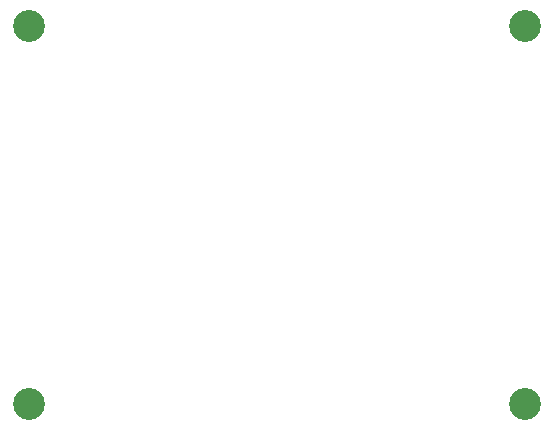
<source format=gbr>
%TF.GenerationSoftware,KiCad,Pcbnew,8.0.2*%
%TF.CreationDate,2024-10-27T20:36:43-03:00*%
%TF.ProjectId,LumiCom_Led,4c756d69-436f-46d5-9f4c-65642e6b6963,rev?*%
%TF.SameCoordinates,Original*%
%TF.FileFunction,Soldermask,Bot*%
%TF.FilePolarity,Negative*%
%FSLAX46Y46*%
G04 Gerber Fmt 4.6, Leading zero omitted, Abs format (unit mm)*
G04 Created by KiCad (PCBNEW 8.0.2) date 2024-10-27 20:36:43*
%MOMM*%
%LPD*%
G01*
G04 APERTURE LIST*
%ADD10C,2.700000*%
G04 APERTURE END LIST*
D10*
%TO.C,H2*%
X181000000Y-116000000D03*
%TD*%
%TO.C,H4*%
X181000000Y-84000000D03*
%TD*%
%TO.C,H1*%
X139000000Y-84000000D03*
%TD*%
%TO.C,H3*%
X139000000Y-116000000D03*
%TD*%
M02*

</source>
